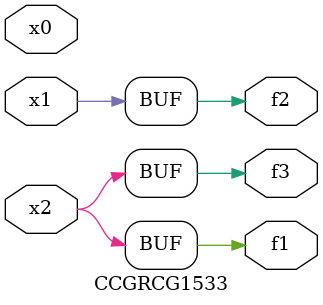
<source format=v>
module CCGRCG1533(
	input x0, x1, x2,
	output f1, f2, f3
);
	assign f1 = x2;
	assign f2 = x1;
	assign f3 = x2;
endmodule

</source>
